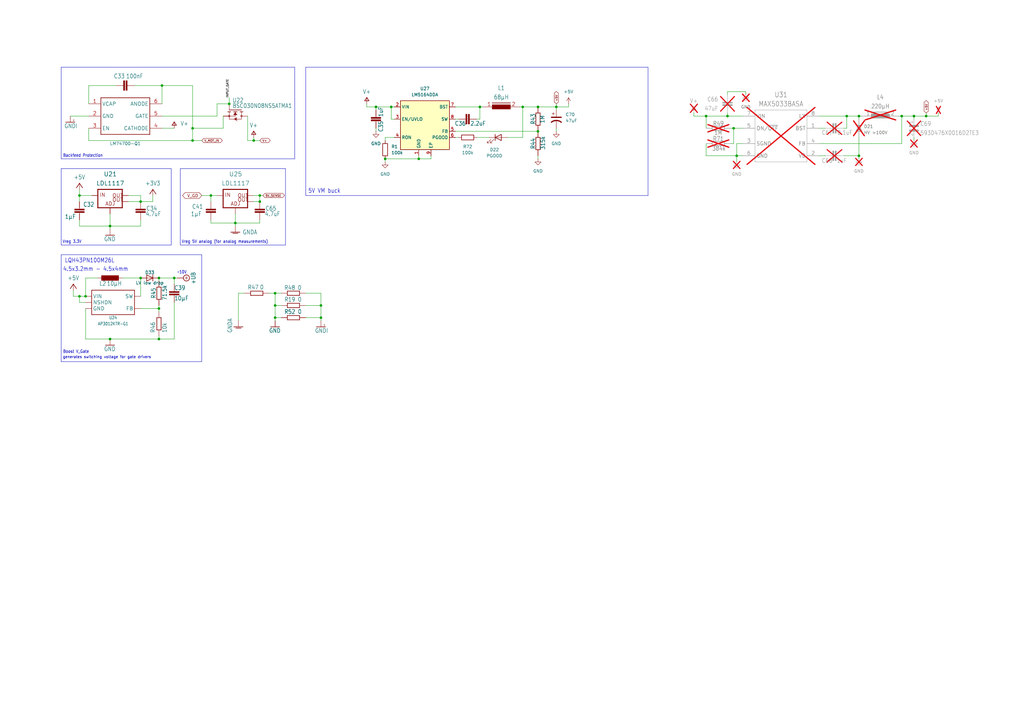
<source format=kicad_sch>
(kicad_sch (version 20250114) (generator "eeschema") (generator_version "9.0")
  (paper "User" 425.45 298.602)
  (lib_symbols
    (symbol "Device:C_Polarized_US" (pin_numbers (hide yes)) (pin_names (offset 0.254) (hide yes))
      (property "Reference" "C" (at 0.635 2.54 0))
      (property "Value" "C_Polarized_US" (at 0.635 -2.54 0))
      (symbol "C_Polarized_US_0_1"
        (polyline (pts (xy -2.032 0.762) (xy 2.032 0.762)) (stroke (width 0.508)))
        (polyline (pts (xy -1.778 2.286) (xy -0.762 2.286)))
        (polyline (pts (xy -1.27 1.778) (xy -1.27 2.794)))
        (arc (start -2.032 -1.27) (mid 0 -0.5572) (end 2.032 -1.27) (stroke (width 0.508)))
      )
      (symbol "C_Polarized_US_1_1"
        (pin passive line (at 0 3.81 270) (length 2.794) (name "~") (number "1"))
        (pin passive line (at 0 -3.81 90) (length 3.302) (name "~") (number "2"))
      )
    )
    (symbol "Device:D" (pin_numbers (hide yes)) (pin_names (offset 1.016) (hide yes))
      (property "Reference" "D" (at 0 2.54 0))
      (property "Value" "D" (at 0 -2.54 0))
      (symbol "D_0_1"
        (polyline (pts (xy -1.27 1.27) (xy -1.27 -1.27)) (stroke (width 0.254)))
        (polyline (pts (xy 1.27 1.27) (xy 1.27 -1.27) (xy -1.27 0) (xy 1.27 1.27)) (stroke (width 0.254)))
        (polyline (pts (xy 1.27 0) (xy -1.27 0)))
      )
      (symbol "D_1_1"
        (pin passive line (at -3.81 0 0) (length 2.54) (name "K") (number "1"))
        (pin passive line (at 3.81 0 180) (length 2.54) (name "A") (number "2"))
      )
    )
    (symbol "Device:LED" (pin_numbers (hide yes)) (pin_names (offset 1.016) (hide yes))
      (property "Reference" "D" (at 0 2.54 0))
      (property "Value" "LED" (at 0 -2.54 0))
      (symbol "LED_0_1"
        (polyline (pts (xy -3.048 -0.762) (xy -4.572 -2.286) (xy -3.81 -2.286) (xy -4.572 -2.286) (xy -4.572 -1.524)))
        (polyline (pts (xy -1.778 -0.762) (xy -3.302 -2.286) (xy -2.54 -2.286) (xy -3.302 -2.286) (xy -3.302 -1.524)))
        (polyline (pts (xy -1.27 0) (xy 1.27 0)))
        (polyline (pts (xy -1.27 -1.27) (xy -1.27 1.27)) (stroke (width 0.254)))
        (polyline (pts (xy 1.27 -1.27) (xy 1.27 1.27) (xy -1.27 0) (xy 1.27 -1.27)) (stroke (width 0.254)))
      )
      (symbol "LED_1_1"
        (pin passive line (at -3.81 0 0) (length 2.54) (name "K") (number "1"))
        (pin passive line (at 3.81 0 180) (length 2.54) (name "A") (number "2"))
      )
    )
    (symbol "Device:R" (pin_numbers (hide yes)) (pin_names (offset 0))
      (property "Reference" "R" (at 2.032 0 90))
      (property "Value" "R" (at 0 0 90))
      (symbol "R_0_1"
        (rectangle (start -1.016 -2.54) (end 1.016 2.54) (stroke (width 0.254)))
      )
      (symbol "R_1_1"
        (pin passive line (at 0 3.81 270) (length 1.27) (name "~") (number "1"))
        (pin passive line (at 0 -3.81 90) (length 1.27) (name "~") (number "2"))
      )
    )
    (symbol "Regulator_Switching:LM5164DDA"
      (property "Reference" "U" (at -8.89 11.43 0))
      (property "Value" "LM5164DDA" (at 5.08 11.43 0))
      (symbol "LM5164DDA_1_1"
        (rectangle (start -10.16 10.16) (end 10.16 -10.16) (stroke (width 0.254)) (fill (type background)))
        (pin power_in line (at -12.7 7.62 0) (length 2.54) (name "VIN") (number "2"))
        (pin input line (at -12.7 2.54 0) (length 2.54) (name "EN/UVLO") (number "3"))
        (pin passive line (at -12.7 -5.08 0) (length 2.54) (name "RON") (number "4"))
        (pin power_in line (at -2.54 -12.7 90) (length 2.54) (name "GND") (number "1"))
        (pin passive line (at 2.54 -12.7 90) (length 2.54) (name "EP") (number "9"))
        (pin passive line (at 12.7 7.62 180) (length 2.54) (name "BST") (number "7"))
        (pin power_out line (at 12.7 2.54 180) (length 2.54) (name "SW") (number "8"))
        (pin input line (at 12.7 -2.54 180) (length 2.54) (name "FB") (number "5"))
        (pin open_collector line (at 12.7 -5.08 180) (length 2.54) (name "PGOOD") (number "6"))
      )
    )
    (symbol "fsim_ff-eagle-import:OHSC_Power_BSC030N08NS5ATMA1"
      (property "Reference" "U" (at -11.43 2.54 0))
      (symbol "OHSC_Power_BSC030N08NS5ATMA1_1_0"
        (polyline (pts (xy 0 2.54) (xy 0 -2.54)) (stroke (width 0.254)))
        (polyline (pts (xy 0.762 3.175) (xy 0.762 2.54)) (stroke (width 0.254)))
        (polyline (pts (xy 0.762 2.54) (xy 0.762 1.905)) (stroke (width 0.254)))
        (polyline (pts (xy 0.762 2.54) (xy 3.81 2.54)) (stroke (width 0.1524)))
        (polyline (pts (xy 0.762 0.762) (xy 0.762 0)) (stroke (width 0.254)))
        (polyline (pts (xy 0.762 0) (xy 0.762 -0.762)) (stroke (width 0.254)))
        (polyline (pts (xy 0.762 0) (xy 2.54 0)) (stroke (width 0.1524)))
        (polyline (pts (xy 0.762 -1.905) (xy 0.762 -2.54)) (stroke (width 0.254)))
        (polyline (pts (xy 0.762 -2.54) (xy 0.762 -3.175)) (stroke (width 0.254)))
        (polyline (pts (xy 1.016 0) (xy 2.032 -0.762) (xy 2.032 0.762)) (stroke (width 0.1524)) (fill (type outline)))
        (circle (center 2.54 2.54) (radius 0.3592))
        (polyline (pts (xy 2.54 0) (xy 2.54 -2.54)) (stroke (width 0.1524)))
        (polyline (pts (xy 2.54 -2.54) (xy 0.762 -2.54)) (stroke (width 0.1524)))
        (polyline (pts (xy 2.54 -2.54) (xy 3.81 -2.54)) (stroke (width 0.1524)))
        (circle (center 2.54 -2.54) (radius 0.3592))
        (polyline (pts (xy 3.302 0.508) (xy 3.048 0.254)) (stroke (width 0.1524)))
        (polyline (pts (xy 3.81 2.54) (xy 3.81 0.508)) (stroke (width 0.1524)))
        (polyline (pts (xy 3.81 0.508) (xy 3.302 0.508)) (stroke (width 0.1524)))
        (polyline (pts (xy 3.81 0.508) (xy 3.81 -2.54)) (stroke (width 0.1524)))
        (polyline (pts (xy 3.81 -0.508) (xy 3.302 0.254) (xy 4.318 0.254)) (stroke (width 0.1524)) (fill (type outline)))
        (polyline (pts (xy 4.318 0.508) (xy 3.81 0.508)) (stroke (width 0.1524)))
        (polyline (pts (xy 4.572 0.762) (xy 4.318 0.508)) (stroke (width 0.1524)))
        (pin passive line (at -2.54 -2.54 0) (length 2.54) (name "G") (number "4"))
        (pin passive line (at 2.54 5.08 270) (length 2.54) (name "D") (number "5"))
        (pin passive line (at 2.54 -5.08 90) (length 2.54) (name "S") (number "1"))
        (pin passive line (at 2.54 -5.08 90) (length 2.54) (name "S") (number "2"))
        (pin passive line (at 2.54 -5.08 90) (length 2.54) (name "S") (number "3"))
      )
    )
    (symbol "fsim_ff-eagle-import:OHSC_Power_LM74700-Q1"
      (symbol "OHSC_Power_LM74700-Q1_1_0"
        (polyline (pts (xy -5.08 5.08) (xy -5.08 -10.16)) (stroke (width 0.254)))
        (polyline (pts (xy -5.08 -10.16) (xy 15.24 -10.16)) (stroke (width 0.254)))
        (polyline (pts (xy 15.24 5.08) (xy -5.08 5.08)) (stroke (width 0.254)))
        (polyline (pts (xy 15.24 -10.16) (xy 15.24 5.08)) (stroke (width 0.254)))
        (pin bidirectional line (at -10.16 2.54 0) (length 5.08) (name "VCAP") (number "1"))
        (pin bidirectional line (at -10.16 -2.54 0) (length 5.08) (name "GND") (number "2"))
        (pin bidirectional line (at -10.16 -7.62 0) (length 5.08) (name "EN") (number "3"))
        (pin bidirectional line (at 20.32 2.54 180) (length 5.08) (name "ANODE") (number "6"))
        (pin bidirectional line (at 20.32 -2.54 180) (length 5.08) (name "GATE") (number "5"))
        (pin bidirectional line (at 20.32 -7.62 180) (length 5.08) (name "CATHODE") (number "4"))
      )
    )
    (symbol "fsim_ff-eagle-import:Powermisc_593D476X0016D2TE3"
      (property "Reference" "C" (at 0 3.81 0))
      (symbol "Powermisc_593D476X0016D2TE3_1_0"
        (rectangle (start 0 -1.905) (end 0.635 1.905) (fill (type outline)))
        (rectangle (start 1.905 -1.905) (end 2.54 1.905) (fill (type outline)))
        (pin passive line (at -2.54 0 0) (length 2.54) (name "2") (number "2"))
        (pin passive line (at 5.08 0 180) (length 2.54) (name "1") (number "1"))
      )
    )
    (symbol "fsim_ff-eagle-import:Powermisc_8MMINDUCTOR"
      (property "Reference" "L" (at -3.81 2.286 0))
      (symbol "Powermisc_8MMINDUCTOR_1_0"
        (polyline (pts (xy -3.81 1.651) (xy 3.81 1.651)) (stroke (width 0.254)))
        (rectangle (start -3.81 -0.889) (end 3.81 0.889) (fill (type outline)))
        (pin passive line (at -7.62 0 0) (length 5.08) (name "1") (number "1"))
        (pin passive line (at 7.62 0 180) (length 5.08) (name "2") (number "2"))
      )
    )
    (symbol "fsim_ff-eagle-import:Powermisc_AP3012KTR-G1"
      (property "Reference" "U" (at -5.08 5.08 0))
      (symbol "Powermisc_AP3012KTR-G1_1_0"
        (polyline (pts (xy -5.08 5.08) (xy -5.08 -5.08)) (stroke (width 0.254)))
        (polyline (pts (xy -5.08 -5.08) (xy 12.7 -5.08)) (stroke (width 0.254)))
        (polyline (pts (xy 12.7 5.08) (xy -5.08 5.08)) (stroke (width 0.254)))
        (polyline (pts (xy 12.7 -5.08) (xy 12.7 5.08)) (stroke (width 0.254)))
        (pin bidirectional line (at -7.62 2.54 0) (length 2.54) (name "VIN") (number "5"))
        (pin bidirectional line (at -7.62 0 0) (length 2.54) (name "NSHDN") (number "4"))
        (pin bidirectional line (at -7.62 -2.54 0) (length 2.54) (name "GND") (number "2"))
        (pin bidirectional line (at 15.24 2.54 180) (length 2.54) (name "SW") (number "1"))
        (pin bidirectional line (at 15.24 -2.54 180) (length 2.54) (name "FB") (number "3"))
      )
    )
    (symbol "fsim_ff-eagle-import:Powermisc_MAX5033BASA+T"
      (symbol "Powermisc_MAX5033BASA+T_1_0"
        (polyline (pts (xy 0 0) (xy 0 -21.59)) (stroke (width 0.1524)))
        (polyline (pts (xy 0 -21.59) (xy 21.59 -21.59)) (stroke (width 0.1524)))
        (polyline (pts (xy 21.59 0) (xy 0 0)) (stroke (width 0.1524)))
        (polyline (pts (xy 21.59 -21.59) (xy 21.59 0)) (stroke (width 0.1524)))
        (pin power_in line (at -5.08 -2.54 0) (length 5.08) (name "VIN") (number "7"))
        (pin input line (at -5.08 -7.62 0) (length 5.08) (name "ON/~{OFF}") (number "5"))
        (pin power_in line (at -5.08 -13.97 0) (length 5.08) (name "SGND") (number "3"))
        (pin power_in line (at -5.08 -19.05 0) (length 5.08) (name "GND") (number "6"))
        (pin passive line (at 26.67 -2.54 180) (length 5.08) (name "LX") (number "8"))
        (pin passive line (at 26.67 -7.62 180) (length 5.08) (name "BST") (number "1"))
        (pin output line (at 26.67 -13.97 180) (length 5.08) (name "FB") (number "4"))
        (pin power_in line (at 26.67 -19.05 180) (length 5.08) (name "VD") (number "2"))
      )
    )
    (symbol "fsim_ff-eagle-import:SparkFun-IC-Power_526_V_REG_LM1117SOT223"
      (property "Reference" "U" (at 2.54 -7.62 0))
      (symbol "SparkFun-IC-Power_526_V_REG_LM1117SOT223_1_0"
        (polyline (pts (xy -5.08 2.54) (xy -5.08 -5.08)) (stroke (width 0.4064)))
        (polyline (pts (xy -5.08 -5.08) (xy 5.08 -5.08)) (stroke (width 0.4064)))
        (polyline (pts (xy 5.08 2.54) (xy -5.08 2.54)) (stroke (width 0.4064)))
        (polyline (pts (xy 5.08 -5.08) (xy 5.08 2.54)) (stroke (width 0.4064)))
        (text "IN" (at -4.445 -0.635 0) (effects (font (size 1.524 1.524)) (justify left bottom)))
        (text "ADJ" (at -2.032 -4.318 0) (effects (font (size 1.524 1.524)) (justify left bottom)))
        (text "OUT" (at 0.889 -0.889 0) (effects (font (size 1.524 1.524)) (justify left bottom)))
        (text "OUT" (at 0.889 -2.667 0) (effects (font (size 1.524 1.524)) (justify left bottom)))
        (pin input line (at -7.62 0 0) (length 2.54) (name "IN") (number "3"))
        (pin input line (at 0 -7.62 90) (length 2.54) (name "ADJ") (number "1"))
        (pin output line (at 7.62 0 180) (length 2.54) (name "OUT") (number "2"))
        (pin output line (at 7.62 -2.54 180) (length 2.54) (name "OUT@1") (number "4"))
      )
    )
    (symbol "fsim_ff-eagle-import:rcl_334_L-EUL4532P"
      (property "Reference" "L" (at -1.4986 -3.81 90))
      (symbol "rcl_334_L-EUL4532P_1_0"
        (rectangle (start -1.016 -3.556) (end 1.016 3.556) (fill (type outline)))
        (pin passive line (at 0 5.08 270) (length 2.54) (name "1") (number "1"))
        (pin passive line (at 0 -5.08 90) (length 2.54) (name "2") (number "2"))
      )
    )
    (symbol "fsim_ff-eagle-import:resistor_348_C-EUC0603"
      (property "Reference" "C" (at 1.524 0.381 0))
      (symbol "resistor_348_C-EUC0603_1_0"
        (rectangle (start -2.032 -1.016) (end 2.032 -0.508) (fill (type outline)))
        (rectangle (start -2.032 -2.032) (end 2.032 -1.524) (fill (type outline)))
        (polyline (pts (xy 0 0) (xy 0 -0.508)) (stroke (width 0.1524)))
        (polyline (pts (xy 0 -2.54) (xy 0 -2.032)) (stroke (width 0.1524)))
        (pin passive line (at 0 2.54 270) (length 2.54) (name "1") (number "1"))
        (pin passive line (at 0 -5.08 90) (length 2.54) (name "2") (number "2"))
      )
    )
    (symbol "fsim_ff-eagle-import:resistor_348_C-EUC0805"
      (property "Reference" "C" (at 1.524 0.381 0))
      (symbol "resistor_348_C-EUC0805_1_0"
        (rectangle (start -2.032 -1.016) (end 2.032 -0.508) (fill (type outline)))
        (rectangle (start -2.032 -2.032) (end 2.032 -1.524) (fill (type outline)))
        (polyline (pts (xy 0 0) (xy 0 -0.508)) (stroke (width 0.1524)))
        (polyline (pts (xy 0 -2.54) (xy 0 -2.032)) (stroke (width 0.1524)))
        (pin passive line (at 0 2.54 270) (length 2.54) (name "1") (number "1"))
        (pin passive line (at 0 -5.08 90) (length 2.54) (name "2") (number "2"))
      )
    )
    (symbol "fsim_ff-eagle-import:resistor_348_C-EUC1206"
      (property "Reference" "C" (at 1.524 0.381 0))
      (symbol "resistor_348_C-EUC1206_1_0"
        (rectangle (start -2.032 -1.016) (end 2.032 -0.508) (fill (type outline)))
        (rectangle (start -2.032 -2.032) (end 2.032 -1.524) (fill (type outline)))
        (polyline (pts (xy 0 0) (xy 0 -0.508)) (stroke (width 0.1524)))
        (polyline (pts (xy 0 -2.54) (xy 0 -2.032)) (stroke (width 0.1524)))
        (pin passive line (at 0 2.54 270) (length 2.54) (name "1") (number "1"))
        (pin passive line (at 0 -5.08 90) (length 2.54) (name "2") (number "2"))
      )
    )
    (symbol "fsim_ff-eagle-import:resistor_348_R-EU_R0603"
      (property "Reference" "R" (at -3.81 1.4986 0))
      (symbol "resistor_348_R-EU_R0603_1_0"
        (polyline (pts (xy -2.54 -0.889) (xy -2.54 0.889)) (stroke (width 0.254)))
        (polyline (pts (xy -2.54 -0.889) (xy 2.54 -0.889)) (stroke (width 0.254)))
        (polyline (pts (xy 2.54 0.889) (xy -2.54 0.889)) (stroke (width 0.254)))
        (polyline (pts (xy 2.54 -0.889) (xy 2.54 0.889)) (stroke (width 0.254)))
        (pin passive line (at -5.08 0 0) (length 2.54) (name "1") (number "1"))
        (pin passive line (at 5.08 0 180) (length 2.54) (name "2") (number "2"))
      )
    )
    (symbol "fsim_ff-eagle-import:resistor_348_R-EU_R0805"
      (property "Reference" "R" (at -3.81 1.4986 0))
      (symbol "resistor_348_R-EU_R0805_1_0"
        (polyline (pts (xy -2.54 -0.889) (xy -2.54 0.889)) (stroke (width 0.254)))
        (polyline (pts (xy -2.54 -0.889) (xy 2.54 -0.889)) (stroke (width 0.254)))
        (polyline (pts (xy 2.54 0.889) (xy -2.54 0.889)) (stroke (width 0.254)))
        (polyline (pts (xy 2.54 -0.889) (xy 2.54 0.889)) (stroke (width 0.254)))
        (pin passive line (at -5.08 0 0) (length 2.54) (name "1") (number "1"))
        (pin passive line (at 5.08 0 180) (length 2.54) (name "2") (number "2"))
      )
    )
    (symbol "fsim_ff-eagle-import:supply1_371_+3V3" (power)
      (symbol "supply1_371_+3V3_1_0"
        (polyline (pts (xy 0 0) (xy -1.27 -1.905)) (stroke (width 0.254)))
        (polyline (pts (xy 1.27 -1.905) (xy 0 0)) (stroke (width 0.254)))
        (pin power_in line (at 0 -2.54 90) (length 2.54) (name "+3V3") (number "1"))
      )
    )
    (symbol "fsim_ff-eagle-import:supply1_371_+5V" (power)
      (symbol "supply1_371_+5V_1_0"
        (polyline (pts (xy 0 0) (xy -1.27 -1.905)) (stroke (width 0.254)))
        (polyline (pts (xy 1.27 -1.905) (xy 0 0)) (stroke (width 0.254)))
        (pin power_in line (at 0 -2.54 90) (length 2.54) (name "+5V") (number "1"))
      )
    )
    (symbol "fsim_ff-eagle-import:supply1_371_GND" (power)
      (symbol "supply1_371_GND_1_0"
        (polyline (pts (xy -1.905 0) (xy 1.905 0)) (stroke (width 0.254)))
        (pin power_in line (at 0 2.54 270) (length 2.54) (name "GND") (number "1"))
      )
    )
    (symbol "fsim_ff-eagle-import:supply1_371_GNDA" (power)
      (symbol "supply1_371_GNDA_1_0"
        (polyline (pts (xy -1.905 0) (xy 1.905 0)) (stroke (width 0.254)))
        (polyline (pts (xy -1.0922 -0.508) (xy 1.0922 -0.508)) (stroke (width 0.254)))
        (pin power_in line (at 0 2.54 270) (length 2.54) (name "GNDA") (number "1"))
      )
    )
    (symbol "fsim_ff-eagle-import:supply1_371_GNDI" (power)
      (symbol "supply1_371_GNDI_1_0"
        (polyline (pts (xy -1.905 0) (xy 1.905 0)) (stroke (width 0.254)))
        (text "I" (at 1.143 0.254 0) (effects (font (size 0.8128 0.6908)) (justify left bottom)))
        (pin power_in line (at 0 2.54 270) (length 2.54) (name "GNDI") (number "1"))
      )
    )
    (symbol "fsim_ff-eagle-import:supply1_371_V+" (power)
      (symbol "supply1_371_V+_1_0"
        (polyline (pts (xy -0.889 -1.27) (xy 0.889 -1.27)) (stroke (width 0.254)))
        (polyline (pts (xy 0 0.127) (xy -0.889 -1.27)) (stroke (width 0.254)))
        (polyline (pts (xy 0.889 -1.27) (xy 0 0.127)) (stroke (width 0.254)))
        (pin power_in line (at 0 -2.54 90) (length 2.54) (name "V+") (number "1"))
      )
    )
    (symbol "fsim_ff-eagle-import:supply2_372_+UB" (power)
      (symbol "supply2_372_+UB_1_0"
        (polyline (pts (xy -0.635 1.27) (xy 0.635 1.27)) (stroke (width 0.1524)))
        (circle (center 0 1.27) (radius 1.27) (stroke (width 0.254)))
        (polyline (pts (xy 0 0.635) (xy 0 1.905)) (stroke (width 0.1524)))
        (pin power_in line (at 0 -2.54 90) (length 2.54) (name "+UB") (number "1"))
      )
    )
    (symbol "power:+5V" (power) (pin_numbers (hide yes)) (pin_names (offset 0) (hide yes))
      (property "Value" "+5V" (at 0 3.556 0))
      (symbol "+5V_0_1"
        (polyline (pts (xy -0.762 1.27) (xy 0 2.54)))
        (polyline (pts (xy 0 2.54) (xy 0.762 1.27)))
        (polyline (pts (xy 0 0) (xy 0 2.54)))
      )
      (symbol "+5V_1_1"
        (pin power_in line (at 0 0 90) (length 0) (name "~") (number "1"))
      )
    )
    (symbol "power:GND" (power) (pin_numbers (hide yes)) (pin_names (offset 0) (hide yes))
      (property "Value" "GND" (at 0 -3.81 0))
      (symbol "GND_0_1"
        (polyline (pts (xy 0 0) (xy 0 -1.27) (xy 1.27 -1.27) (xy 0 -2.54) (xy -1.27 -1.27) (xy 0 -1.27)))
      )
      (symbol "GND_1_1"
        (pin power_in line (at 0 0 270) (length 0) (name "~") (number "1"))
      )
    )
  )
  (text "Vreg 5V analog (for analog measurements)" (at 75.438 101.346 0) (effects (font (size 1.27 1.0795)) (justify left bottom)))
  (text "~10V" (at 73.66 114.046 0) (effects (font (size 1.27 1.0795)) (justify left bottom)))
  (text "Backfeed Protection" (at 26.162 65.532 0) (effects (font (size 1.27 1.0795)) (justify left bottom)))
  (text "4.5x3.2mm - 4.5x4mm" (at 26.162 113.03 0) (effects (font (size 1.778 1.5113)) (justify left bottom)))
  (text "Vreg 3.3V" (at 25.908 101.346 0) (effects (font (size 1.27 1.0795)) (justify left bottom)))
  (text "generates switching voltage for gate drivers" (at 44.45 148.59 0) (effects (font (size 1.0795 1.0795))))
  (text "Boost V_Gate" (at 26.162 147.066 0) (effects (font (size 1.27 1.0795)) (justify left bottom)))
  (text "5V VM buck" (at 128.016 80.518 0) (effects (font (size 1.778 1.5113)) (justify left bottom)))
  (text "LQH43PN100M26L" (at 26.924 109.474 0) (effects (font (size 1.778 1.5113)) (justify left bottom)))
  (junction (at 223.52 44.45))
  (junction (at 133.35 127))
  (junction (at 156.21 44.45))
  (junction (at 379.73 48.26))
  (junction (at 33.02 123.19))
  (junction (at 45.72 93.98))
  (junction (at 45.72 140.97))
  (junction (at 173.99 66.04))
  (junction (at 97.79 92.71))
  (junction (at 306.07 64.77))
  (junction (at 217.17 44.45))
  (junction (at 35.56 123.19))
  (junction (at 162.56 44.45))
  (junction (at 66.04 115.57))
  (junction (at 223.52 54.61))
  (junction (at 58.42 83.82))
  (junction (at 33.02 81.28))
  (junction (at 67.31 35.56))
  (junction (at 114.3 127))
  (junction (at 160.02 66.04))
  (junction (at 87.63 81.28))
  (junction (at 72.39 115.57))
  (junction (at 105.41 58.42))
  (junction (at 231.14 44.45))
  (junction (at 374.65 48.26))
  (junction (at 304.8 53.34))
  (junction (at 80.01 53.34))
  (junction (at 66.04 128.27))
  (junction (at 199.39 44.45))
  (junction (at 302.26 48.26))
  (junction (at 133.35 132.08))
  (junction (at 114.3 121.92))
  (junction (at 293.37 48.26))
  (junction (at 356.87 48.26))
  (junction (at 107.95 81.28))
  (junction (at 356.87 64.77))
  (junction (at 66.04 140.97))
  (junction (at 80.01 58.42))
  (junction (at 384.81 48.26))
  (junction (at 107.95 83.82))
  (junction (at 58.42 115.57))
  (junction (at 95.25 43.18))
  (junction (at 351.79 48.26))
  (junction (at 114.3 132.08))
  (polyline (pts (xy 25.4 101.854) (xy 71.12 101.854)) (stroke (width 0.1524) (type solid)))
  (wire (pts (xy 217.17 44.45) (xy 223.52 44.45)))
  (polyline (pts (xy 71.12 101.854) (xy 71.12 70.104)) (stroke (width 0.1524) (type solid)))
  (wire (pts (xy 217.17 57.15) (xy 217.17 44.45)))
  (wire (pts (xy 36.83 35.56) (xy 48.26 35.56)) (stroke (width 0.1524)))
  (wire (pts (xy 173.99 66.04) (xy 179.07 66.04)))
  (wire (pts (xy 66.04 128.27) (xy 58.42 128.27)) (stroke (width 0.1524)))
  (wire (pts (xy 309.88 38.1) (xy 309.88 39.37)))
  (wire (pts (xy 223.52 44.45) (xy 231.14 44.45)))
  (wire (pts (xy 114.3 133.35) (xy 114.3 132.08)))
  (wire (pts (xy 160.02 66.04) (xy 160.02 67.31)))
  (polyline (pts (xy 83.82 105.918) (xy 25.4 105.918)) (stroke (width 0.1524) (type solid)))
  (wire (pts (xy 92.71 53.34) (xy 80.01 53.34)) (stroke (width 0.1524)))
  (wire (pts (xy 35.56 123.19) (xy 35.56 115.57)) (stroke (width 0.1524)))
  (wire (pts (xy 356.87 57.15) (xy 356.87 64.77)))
  (wire (pts (xy 236.22 44.45) (xy 236.22 43.18)))
  (wire (pts (xy 293.37 53.34) (xy 293.37 48.26)))
  (wire (pts (xy 38.1 81.28) (xy 33.02 81.28)) (stroke (width 0.1524)))
  (wire (pts (xy 133.35 121.92) (xy 133.35 127)) (stroke (width 0.1524)))
  (wire (pts (xy 36.83 43.18) (xy 36.83 35.56)) (stroke (width 0.1524)))
  (wire (pts (xy 72.39 115.57) (xy 72.39 118.11)) (stroke (width 0.1524)))
  (wire (pts (xy 80.01 53.34) (xy 80.01 35.56)) (stroke (width 0.1524)))
  (polyline (pts (xy 71.12 70.104) (xy 25.4 70.104)) (stroke (width 0.1524) (type solid)))
  (wire (pts (xy 102.87 58.42) (xy 105.41 58.42)) (stroke (width 0.1524)))
  (wire (pts (xy 306.07 59.69) (xy 306.07 64.77)))
  (wire (pts (xy 179.07 66.04) (xy 179.07 64.77)))
  (wire (pts (xy 379.73 57.15) (xy 379.73 58.42)))
  (polyline (pts (xy 118.618 70.104) (xy 74.93 70.104)) (stroke (width 0.1524) (type solid)))
  (wire (pts (xy 66.04 127) (xy 66.04 128.27)))
  (wire (pts (xy 189.23 57.15) (xy 190.5 57.15)))
  (wire (pts (xy 340.36 64.77) (xy 342.9 64.77)))
  (wire (pts (xy 36.83 48.26) (xy 29.21 48.26)) (stroke (width 0.1524)))
  (wire (pts (xy 160.02 58.42) (xy 160.02 57.15)))
  (wire (pts (xy 107.95 81.28) (xy 107.95 83.82)) (stroke (width 0.1524)))
  (wire (pts (xy 340.36 48.26) (xy 351.79 48.26)))
  (wire (pts (xy 73.66 115.57) (xy 72.39 115.57)) (stroke (width 0.1524)))
  (wire (pts (xy 36.83 53.34) (xy 36.83 58.42)) (stroke (width 0.1524)))
  (wire (pts (xy 306.07 64.77) (xy 306.07 67.31)))
  (wire (pts (xy 87.63 81.28) (xy 87.63 83.82)) (stroke (width 0.1524)))
  (wire (pts (xy 99.06 121.92) (xy 99.06 133.35)) (stroke (width 0.1524)))
  (wire (pts (xy 35.56 115.57) (xy 40.64 115.57)) (stroke (width 0.1524)))
  (wire (pts (xy 87.63 92.71) (xy 87.63 91.44)) (stroke (width 0.1524)))
  (wire (pts (xy 97.79 92.71) (xy 87.63 92.71)) (stroke (width 0.1524)))
  (wire (pts (xy 114.3 121.92) (xy 114.3 127)) (stroke (width 0.1524)))
  (wire (pts (xy 72.39 125.73) (xy 72.39 140.97)) (stroke (width 0.1524)))
  (wire (pts (xy 102.87 48.26) (xy 102.87 58.42)) (stroke (width 0.1524)))
  (wire (pts (xy 33.02 125.73) (xy 33.02 123.19)) (stroke (width 0.1524)))
  (wire (pts (xy 152.4 44.45) (xy 152.4 43.18)))
  (wire (pts (xy 53.34 83.82) (xy 58.42 83.82)) (stroke (width 0.1524)))
  (wire (pts (xy 156.21 44.45) (xy 162.56 44.45)))
  (wire (pts (xy 58.42 115.57) (xy 50.8 115.57)) (stroke (width 0.1524)))
  (wire (pts (xy 90.17 81.28) (xy 87.63 81.28)) (stroke (width 0.1524)))
  (wire (pts (xy 127 132.08) (xy 133.35 132.08)) (stroke (width 0.1524)))
  (wire (pts (xy 35.56 128.27) (xy 35.56 140.97)) (stroke (width 0.1524)))
  (wire (pts (xy 66.04 139.7) (xy 66.04 140.97)))
  (wire (pts (xy 66.04 115.57) (xy 72.39 115.57)) (stroke (width 0.1524)))
  (wire (pts (xy 45.72 95.25) (xy 45.72 93.98)))
  (wire (pts (xy 116.84 127) (xy 114.3 127)) (stroke (width 0.1524)))
  (wire (pts (xy 223.52 64.77) (xy 223.52 66.04)))
  (wire (pts (xy 351.79 48.26) (xy 356.87 48.26)))
  (wire (pts (xy 373.38 48.26) (xy 374.65 48.26)))
  (wire (pts (xy 374.65 48.26) (xy 379.73 48.26)))
  (wire (pts (xy 189.23 44.45) (xy 199.39 44.45)))
  (wire (pts (xy 97.79 92.71) (xy 107.95 92.71)) (stroke (width 0.1524)))
  (wire (pts (xy 55.88 35.56) (xy 67.31 35.56)) (stroke (width 0.1524)))
  (wire (pts (xy 358.14 48.26) (xy 356.87 48.26)))
  (wire (pts (xy 97.79 92.71) (xy 97.79 93.98)) (stroke (width 0.1524)))
  (wire (pts (xy 308.61 59.69) (xy 306.07 59.69)))
  (polyline (pts (xy 127 27.94) (xy 269.24 27.94)) (stroke (width 0.1524) (type solid)))
  (wire (pts (xy 66.04 140.97) (xy 45.72 140.97)) (stroke (width 0.1524)))
  (wire (pts (xy 340.36 53.34) (xy 342.9 53.34)))
  (wire (pts (xy 288.29 48.26) (xy 288.29 46.99)))
  (wire (pts (xy 53.34 81.28) (xy 58.42 81.28)) (stroke (width 0.1524)))
  (wire (pts (xy 58.42 93.98) (xy 58.42 91.44)) (stroke (width 0.1524)))
  (wire (pts (xy 210.82 57.15) (xy 217.17 57.15)))
  (wire (pts (xy 173.99 66.04) (xy 173.99 64.77)))
  (wire (pts (xy 90.17 48.26) (xy 90.17 43.18)) (stroke (width 0.1524)))
  (wire (pts (xy 156.21 45.72) (xy 156.21 44.45)))
  (wire (pts (xy 374.65 48.26) (xy 374.65 59.69)))
  (wire (pts (xy 114.3 121.92) (xy 116.84 121.92)) (stroke (width 0.1524)))
  (wire (pts (xy 162.56 44.45) (xy 163.83 44.45)))
  (wire (pts (xy 293.37 48.26) (xy 288.29 48.26)))
  (wire (pts (xy 293.37 48.26) (xy 302.26 48.26)))
  (wire (pts (xy 384.81 46.99) (xy 384.81 48.26)))
  (wire (pts (xy 308.61 64.77) (xy 306.07 64.77)))
  (wire (pts (xy 66.04 129.54) (xy 66.04 128.27)) (stroke (width 0.1524)))
  (wire (pts (xy 199.39 49.53) (xy 199.39 44.45)))
  (wire (pts (xy 374.65 59.69) (xy 340.36 59.69)))
  (wire (pts (xy 231.14 45.72) (xy 231.14 44.45)))
  (wire (pts (xy 189.23 49.53) (xy 190.5 49.53)))
  (wire (pts (xy 105.41 58.42) (xy 107.95 58.42)) (stroke (width 0.1524)))
  (wire (pts (xy 163.83 49.53) (xy 162.56 49.53)))
  (wire (pts (xy 189.23 54.61) (xy 223.52 54.61)))
  (wire (pts (xy 107.95 83.82) (xy 105.41 83.82)) (stroke (width 0.1524)))
  (wire (pts (xy 35.56 125.73) (xy 33.02 125.73)) (stroke (width 0.1524)))
  (wire (pts (xy 97.79 88.9) (xy 97.79 92.71)) (stroke (width 0.1524)))
  (polyline (pts (xy 25.4 70.104) (xy 25.4 101.854)) (stroke (width 0.1524) (type solid)))
  (wire (pts (xy 356.87 64.77) (xy 356.87 66.04)))
  (wire (pts (xy 133.35 127) (xy 133.35 132.08)) (stroke (width 0.1524)))
  (polyline (pts (xy 83.82 150.368) (xy 83.82 105.918)) (stroke (width 0.1524) (type solid)))
  (polyline (pts (xy 74.93 101.854) (xy 118.618 101.854)) (stroke (width 0.1524) (type solid)))
  (wire (pts (xy 58.42 123.19) (xy 58.42 115.57)) (stroke (width 0.1524)))
  (wire (pts (xy 33.02 123.19) (xy 30.48 123.19)) (stroke (width 0.1524)))
  (wire (pts (xy 95.25 40.64) (xy 95.25 43.18)))
  (wire (pts (xy 67.31 35.56) (xy 67.31 43.18)) (stroke (width 0.1524)))
  (wire (pts (xy 293.37 59.69) (xy 293.37 64.77)))
  (polyline (pts (xy 122.428 66.04) (xy 122.428 27.94)) (stroke (width 0.1524) (type solid)))
  (wire (pts (xy 350.52 53.34) (xy 351.79 53.34)))
  (polyline (pts (xy 127 81.28) (xy 127 27.94)) (stroke (width 0.1524) (type solid)))
  (wire (pts (xy 35.56 140.97) (xy 45.72 140.97)) (stroke (width 0.1524)))
  (polyline (pts (xy 25.4 27.94) (xy 25.4 66.04)) (stroke (width 0.1524) (type solid)))
  (polyline (pts (xy 25.4 105.918) (xy 25.4 150.368)) (stroke (width 0.1524) (type solid)))
  (wire (pts (xy 45.72 88.9) (xy 45.72 93.98)) (stroke (width 0.1524)))
  (wire (pts (xy 87.63 81.28) (xy 83.82 81.28)) (stroke (width 0.1524)))
  (polyline (pts (xy 25.4 66.04) (xy 122.428 66.04)) (stroke (width 0.1524) (type solid)))
  (wire (pts (xy 156.21 53.34) (xy 156.21 54.61)))
  (polyline (pts (xy 269.24 27.94) (xy 269.24 81.28)) (stroke (width 0.1524) (type solid)))
  (wire (pts (xy 127 121.92) (xy 133.35 121.92)) (stroke (width 0.1524)))
  (wire (pts (xy 92.71 48.26) (xy 92.71 53.34)) (stroke (width 0.1524)))
  (wire (pts (xy 107.95 81.28) (xy 109.22 81.28)) (stroke (width 0.1524)))
  (wire (pts (xy 36.83 58.42) (xy 80.01 58.42)) (stroke (width 0.1524)))
  (wire (pts (xy 99.06 121.92) (xy 101.6 121.92)) (stroke (width 0.1524)))
  (wire (pts (xy 67.31 53.34) (xy 72.39 53.34)) (stroke (width 0.1524)))
  (polyline (pts (xy 118.618 101.854) (xy 118.618 70.104)) (stroke (width 0.1524) (type solid)))
  (wire (pts (xy 35.56 123.19) (xy 33.02 123.19)) (stroke (width 0.1524)))
  (wire (pts (xy 105.41 81.28) (xy 107.95 81.28)) (stroke (width 0.1524)))
  (wire (pts (xy 304.8 53.34) (xy 308.61 53.34)))
  (wire (pts (xy 72.39 140.97) (xy 66.04 140.97)) (stroke (width 0.1524)))
  (wire (pts (xy 30.48 123.19) (xy 30.48 120.65)) (stroke (width 0.1524)))
  (wire (pts (xy 58.42 81.28) (xy 58.42 83.82)) (stroke (width 0.1524)))
  (wire (pts (xy 231.14 44.45) (xy 236.22 44.45)))
  (wire (pts (xy 66.04 115.57) (xy 66.04 116.84)) (stroke (width 0.1524)))
  (wire (pts (xy 33.02 81.28) (xy 33.02 83.82)) (stroke (width 0.1524)))
  (wire (pts (xy 309.88 38.1) (xy 302.26 38.1)))
  (wire (pts (xy 162.56 49.53) (xy 162.56 44.45)))
  (wire (pts (xy 63.5 81.28) (xy 63.5 83.82)) (stroke (width 0.1524)))
  (wire (pts (xy 215.9 44.45) (xy 217.17 44.45)))
  (wire (pts (xy 114.3 121.92) (xy 111.76 121.92)) (stroke (width 0.1524)))
  (wire (pts (xy 160.02 57.15) (xy 163.83 57.15)))
  (wire (pts (xy 293.37 64.77) (xy 306.07 64.77)))
  (wire (pts (xy 302.26 38.1) (xy 302.26 39.37)))
  (wire (pts (xy 33.02 78.74) (xy 33.02 81.28)) (stroke (width 0.1524)))
  (wire (pts (xy 80.01 58.42) (xy 83.82 58.42)))
  (polyline (pts (xy 25.4 150.368) (xy 83.82 150.368)) (stroke (width 0.1524) (type solid)))
  (wire (pts (xy 80.01 35.56) (xy 67.31 35.56)) (stroke (width 0.1524)))
  (wire (pts (xy 231.14 43.18) (xy 231.14 44.45)))
  (wire (pts (xy 379.73 48.26) (xy 384.81 48.26)))
  (wire (pts (xy 356.87 49.53) (xy 356.87 48.26)))
  (wire (pts (xy 379.73 49.53) (xy 379.73 48.26)))
  (wire (pts (xy 304.8 53.34) (xy 303.53 53.34)))
  (wire (pts (xy 302.26 46.99) (xy 302.26 48.26)))
  (wire (pts (xy 105.41 57.15) (xy 105.41 58.42)))
  (polyline (pts (xy 269.24 81.28) (xy 127 81.28)) (stroke (width 0.1524) (type solid)))
  (wire (pts (xy 116.84 132.08) (xy 114.3 132.08)) (stroke (width 0.1524)))
  (wire (pts (xy 389.89 48.26) (xy 389.89 46.99)))
  (wire (pts (xy 95.25 43.18) (xy 90.17 43.18)) (stroke (width 0.1524)))
  (wire (pts (xy 350.52 64.77) (xy 356.87 64.77)))
  (wire (pts (xy 127 127) (xy 133.35 127)) (stroke (width 0.1524)))
  (wire (pts (xy 63.5 83.82) (xy 58.42 83.82)) (stroke (width 0.1524)))
  (wire (pts (xy 351.79 53.34) (xy 351.79 48.26)))
  (polyline (pts (xy 74.93 70.104) (xy 74.93 101.854)) (stroke (width 0.1524) (type solid)))
  (wire (pts (xy 384.81 48.26) (xy 389.89 48.26)))
  (wire (pts (xy 231.14 53.34) (xy 231.14 54.61)))
  (wire (pts (xy 198.12 49.53) (xy 199.39 49.53)))
  (polyline (pts (xy 122.428 27.94) (xy 25.4 27.94)) (stroke (width 0.1524) (type solid)))
  (wire (pts (xy 67.31 48.26) (xy 90.17 48.26)) (stroke (width 0.1524)))
  (wire (pts (xy 302.26 48.26) (xy 308.61 48.26)))
  (wire (pts (xy 304.8 59.69) (xy 303.53 59.69)))
  (wire (pts (xy 114.3 127) (xy 114.3 132.08)) (stroke (width 0.1524)))
  (wire (pts (xy 33.02 93.98) (xy 33.02 91.44)) (stroke (width 0.1524)))
  (wire (pts (xy 152.4 44.45) (xy 156.21 44.45)))
  (wire (pts (xy 33.02 93.98) (xy 45.72 93.98)) (stroke (width 0.1524)))
  (wire (pts (xy 80.01 58.42) (xy 80.01 53.34)) (stroke (width 0.1524)))
  (wire (pts (xy 304.8 53.34) (xy 304.8 59.69)))
  (wire (pts (xy 107.95 92.71) (xy 107.95 91.44)) (stroke (width 0.1524)))
  (wire (pts (xy 58.42 93.98) (xy 45.72 93.98)) (stroke (width 0.1524)))
  (wire (pts (xy 160.02 66.04) (xy 173.99 66.04)))
  (wire (pts (xy 198.12 57.15) (xy 203.2 57.15)))
  (wire (pts (xy 199.39 44.45) (xy 200.66 44.45)))
  (wire (pts (xy 133.35 133.35) (xy 133.35 132.08)))
  (label "INPUT_GATE" (at 95.25 40.64 90) (effects (font (size 0.889 0.889))))
  (global_label "V_GD" (shape bidirectional) (at 83.82 81.28 180) (effects (font (size 1.2446 1.2446))) (property "Intersheetrefs" "${INTERSHEET_REFS}" (effects (hide yes))))
  (global_label "5V_SENSE" (shape bidirectional) (at 109.22 81.28 0) (effects (font (size 0.889 0.889))) (property "Intersheetrefs" "${INTERSHEET_REFS}" (effects (hide yes))))
  (global_label "+5V" (shape bidirectional) (at 384.81 46.99 90) (effects (font (size 0.889 0.889))) (property "Intersheetrefs" "${INTERSHEET_REFS}" (effects (hide yes))))
  (global_label "V+" (shape bidirectional) (at 107.95 58.42 0) (effects (font (size 0.889 0.889))) (property "Intersheetrefs" "${INTERSHEET_REFS}" (effects (hide yes))))
  (global_label "+5V" (shape bidirectional) (at 231.14 43.18 90) (effects (font (size 0.889 0.889))) (property "Intersheetrefs" "${INTERSHEET_REFS}" (effects (hide yes))))
  (global_label "V_MOT_IN" (shape bidirectional) (at 83.82 58.42 0) (effects (font (size 0.889 0.889))) (property "Intersheetrefs" "${INTERSHEET_REFS}" (effects (hide yes))))
  (symbol (lib_id "fsim_ff-eagle-import:supply1_371_V+") (at 105.41 54.61 0) (unit 1)
    (property "Reference" "#P+20" (effects (hide yes)))
    (property "Value" "V+" (at 105.41 52.07 0) (effects (font (size 1.778 1.5113))))
  )
  (symbol (lib_id "fsim_ff-eagle-import:resistor_348_R-EU_R0805") (at 298.45 53.34 0) (unit 1) (in_bom no) (on_board no) (dnp yes)
    (property "Reference" "R49" (at 296.164 52.324 0) (effects (font (size 1.778 1.5113)) (justify left bottom)))
    (property "Value" "1M" (at 296.672 56.134 0) (effects (font (size 1.778 1.5113)) (justify left bottom)))
    (property "Footprint" "Resistor_SMD:R_0805_2012Metric" (effects (hide yes)))
  )
  (symbol (lib_id "fsim_ff-eagle-import:resistor_348_R-EU_R0603") (at 121.92 127 0) (unit 1)
    (property "Reference" "R19" (at 118.11 125.5014 0) (effects (font (size 1.778 1.5113)) (justify left bottom)))
    (property "Value" "0" (at 123.698 125.476 0) (effects (font (size 1.778 1.5113)) (justify left bottom)))
    (property "Footprint" "Resistor_SMD:R_0603_1608Metric" (effects (hide yes)))
  )
  (symbol (lib_id "Device:LED") (at 207.01 57.15 0) (unit 1)
    (property "Reference" "D22" (at 205.4225 62.23 0))
    (property "Value" "PGOOD" (at 205.4225 64.77 0))
    (property "Footprint" "Diode_SMD:D_0603_1608Metric" (effects (hide yes)))
    (property "Description" "Light emitting diode" (effects (hide yes)))
    (property "Sim.Pins" "1=K 2=A" (effects (hide yes)))
  )
  (symbol (lib_id "fsim_ff-eagle-import:SparkFun-IC-Power_526_V_REG_LM1117SOT223") (at 45.72 81.28 0) (unit 1)
    (property "Reference" "U21" (at 45.8334 72.39 0) (effects (font (size 1.778 1.778))))
    (property "Value" "LDL1117" (at 45.8334 76.2 0) (effects (font (size 1.778 1.778))))
    (property "Footprint" "Package_TO_SOT_SMD:SOT-223" (effects (hide yes)))
    (property "Datasheet" "https://www.st.com/resource/en/datasheet/ldl1117.pdf" (effects (hide yes)))
  )
  (symbol (lib_id "fsim_ff-eagle-import:resistor_348_C-EUC0603") (at 345.44 53.34 90) (unit 1) (in_bom no) (on_board no) (dnp yes)
    (property "Reference" "C67" (at 343.662 55.118 90) (effects (font (size 1.778 1.5113))))
    (property "Value" "0.1uF" (at 351.028 55.118 90) (effects (font (size 1.778 1.5113))))
    (property "Footprint" "Capacitor_SMD:C_0805_2012Metric" (effects (hide yes)))
  )
  (symbol (lib_id "Device:C_Polarized_US") (at 231.14 49.53 0) (unit 1)
    (property "Reference" "C70" (at 234.95 47.6249 0) (effects (justify left)))
    (property "Value" "47uF" (at 234.95 50.1649 0) (effects (justify left)))
    (property "Footprint" "Capacitor_SMD:CP_Elec_8x10.5" (effects (hide yes)))
    (property "Description" "EEE-FN1K470UL" (effects (hide yes)))
  )
  (symbol (lib_id "fsim_ff-eagle-import:supply1_371_V+") (at 72.39 50.8 0) (unit 1)
    (property "Reference" "#P+19" (effects (hide yes)))
    (property "Value" "V+" (at 74.93 51.3715 0) (effects (font (size 1.778 1.5113)) (justify left)))
  )
  (symbol (lib_id "fsim_ff-eagle-import:resistor_348_C-EUC0805") (at 33.02 86.36 0) (unit 1)
    (property "Reference" "C32" (at 34.544 85.979 0) (effects (font (size 1.778 1.5113)) (justify left bottom)))
    (property "Value" "1µF" (at 26.924 91.059 0) (effects (font (size 1.778 1.5113)) (justify left bottom)))
    (property "Footprint" "Capacitor_SMD:C_0805_2012Metric" (effects (hide yes)))
  )
  (symbol (lib_id "fsim_ff-eagle-import:Powermisc_593D476X0016D2TE3") (at 379.73 54.61 90) (unit 1) (in_bom no) (on_board no) (dnp yes)
    (property "Reference" "C69" (at 382.27 51.435 90) (effects (font (size 1.778 1.5113)) (justify right)))
    (property "Value" "593D476X0016D2TE3" (at 382.27 55.245 90) (effects (font (size 1.778 1.5113)) (justify right)))
    (property "Footprint" "Capacitor_Tantalum_SMD:CP_EIA-7343-31_Kemet-D_Pad2.25x2.55mm_HandSolder" (effects (hide yes)))
  )
  (symbol (lib_id "fsim_ff-eagle-import:SparkFun-IC-Power_526_V_REG_LM1117SOT223") (at 97.79 81.28 0) (unit 1)
    (property "Reference" "U25" (at 97.9034 72.39 0) (effects (font (size 1.778 1.778))))
    (property "Value" "LDL1117" (at 97.9034 76.2 0) (effects (font (size 1.778 1.778))))
    (property "Footprint" "Package_TO_SOT_SMD:SOT-223" (effects (hide yes)))
    (property "Datasheet" "https://www.st.com/resource/en/datasheet/ldl1117.pdf" (effects (hide yes)))
  )
  (symbol (lib_id "power:GND") (at 309.88 39.37 0) (unit 1) (in_bom no) (on_board no) (dnp yes)
    (property "Reference" "#PWR08" (effects (hide yes)))
    (property "Value" "GND" (at 309.88 44.45 0))
    (property "Description" "Power symbol creates a global label with name \"GND\" , ground" (effects (hide yes)))
  )
  (symbol (lib_id "fsim_ff-eagle-import:supply2_372_+UB") (at 76.2 115.57 270) (unit 1)
    (property "Reference" "#SUPPLY11" (effects (hide yes)))
    (property "Value" "+UB" (at 79.375 113.03 0) (effects (font (size 1.778 1.5113)) (justify left bottom)))
  )
  (symbol (lib_id "Regulator_Switching:LM5164DDA") (at 176.53 52.07 0) (unit 1)
    (property "Reference" "U27" (at 176.53 36.83 0))
    (property "Value" "LM5164DDA" (at 176.53 39.37 0))
    (property "Footprint" "Package_SO:HSOP-8-1EP_3.9x4.9mm_P1.27mm_EP2.41x3.1mm_ThermalVias" (effects (hide yes)))
    (property "Datasheet" "https://www.ti.com/lit/ds/symlink/lm5164.pdf?ts=1598311864250&ref_url=https%253A%252F%252Fwww.ti.com%252Fproduct%252FLM5164%253FHQS%253DTI-null-null-octopart-df-pf-null-wwe" (effects (hide yes)))
    (property "Description" "1A synchronous buck converter with ultra-low IQ, 6V - 100V input, adjustable output voltage, HSOP-8" (effects (hide yes)))
  )
  (symbol (lib_id "fsim_ff-eagle-import:Powermisc_8MMINDUCTOR") (at 365.76 48.26 0) (unit 1) (in_bom no) (on_board no) (dnp yes)
    (property "Reference" "L4" (at 365.76 40.386 0) (effects (font (size 1.778 1.5113))))
    (property "Value" "220µH" (at 365.76 44.196 0) (effects (font (size 1.778 1.5113))))
    (property "Footprint" "fsim_ff:WE-LQS_8040" (effects (hide yes)))
  )
  (symbol (lib_id "fsim_ff-eagle-import:supply1_371_V+") (at 152.4 40.64 0) (unit 1)
    (property "Reference" "#P+22" (effects (hide yes)))
    (property "Value" "V+" (at 152.4 38.1 0) (effects (font (size 1.778 1.5113))))
  )
  (symbol (lib_id "fsim_ff-eagle-import:resistor_348_C-EUC0805") (at 58.42 86.36 0) (unit 1)
    (property "Reference" "C34" (at 60.706 87.63 0) (effects (font (size 1.778 1.5113)) (justify left bottom)))
    (property "Value" "4.7uF" (at 60.452 89.916 0) (effects (font (size 1.778 1.5113)) (justify left bottom)))
    (property "Footprint" "Capacitor_SMD:C_0805_2012Metric" (effects (hide yes)))
  )
  (symbol (lib_id "fsim_ff-eagle-import:Powermisc_8MMINDUCTOR") (at 208.28 44.45 0) (unit 1)
    (property "Reference" "L1" (at 208.28 36.576 0) (effects (font (size 1.778 1.5113))))
    (property "Value" "68µH" (at 208.28 40.386 0) (effects (font (size 1.778 1.5113))))
    (property "Footprint" "fsim_ff:WE-LQS_8040" (effects (hide yes)))
    (property "Datasheet" "https://www.we-online.com/components/products/datasheet/74404084680.pdf" (effects (hide yes)))
    (property "Description" "74404084680" (effects (hide yes)))
  )
  (symbol (lib_id "power:GND") (at 379.73 58.42 0) (unit 1) (in_bom no) (on_board no) (dnp yes)
    (property "Reference" "#PWR010" (effects (hide yes)))
    (property "Value" "GND" (at 379.73 63.5 0))
    (property "Description" "Power symbol creates a global label with name \"GND\" , ground" (effects (hide yes)))
  )
  (symbol (lib_id "fsim_ff-eagle-import:supply1_371_GND") (at 45.72 143.51 0) (unit 1)
    (property "Reference" "#GND45" (effects (hide yes)))
    (property "Value" "GND" (at 43.18 146.05 0) (effects (font (size 1.778 1.5113)) (justify left bottom)))
  )
  (symbol (lib_id "fsim_ff-eagle-import:resistor_348_R-EU_R0805") (at 66.04 121.92 90) (unit 1)
    (property "Reference" "R45" (at 64.77 124.206 0) (effects (font (size 1.778 1.5113)) (justify left bottom)))
    (property "Value" "71.5k" (at 69.342 124.968 0) (effects (font (size 1.778 1.5113)) (justify left bottom)))
    (property "Footprint" "Resistor_SMD:R_0805_2012Metric" (effects (hide yes)))
  )
  (symbol (lib_id "fsim_ff-eagle-import:supply1_371_+5V") (at 30.48 118.11 0) (unit 1)
    (property "Reference" "#VCC3" (effects (hide yes)))
    (property "Value" "+5V" (at 30.48 115.57 0) (effects (font (size 1.778 1.5113))))
  )
  (symbol (lib_id "fsim_ff-eagle-import:supply1_371_GNDA") (at 97.79 96.52 0) (unit 1)
    (property "Reference" "#GND16" (effects (hide yes)))
    (property "Value" "GNDA" (at 106.934 96.52 0) (effects (font (size 1.778 1.5113)) (justify right)))
  )
  (symbol (lib_id "power:GND") (at 156.21 54.61 0) (unit 1)
    (property "Reference" "#PWR012" (effects (hide yes)))
    (property "Value" "GND" (at 156.21 59.69 0))
    (property "Description" "Power symbol creates a global label with name \"GND\" , ground" (effects (hide yes)))
  )
  (symbol (lib_id "power:GND") (at 306.07 67.31 0) (unit 1) (in_bom no) (on_board no) (dnp yes)
    (property "Reference" "#PWR07" (effects (hide yes)))
    (property "Value" "GND" (at 306.07 72.39 0))
    (property "Description" "Power symbol creates a global label with name \"GND\" , ground" (effects (hide yes)))
  )
  (symbol (lib_id "fsim_ff-eagle-import:resistor_348_C-EUC0805") (at 72.39 120.65 0) (unit 1)
    (property "Reference" "C39" (at 72.39 120.65 0) (effects (font (size 1.778 1.5113)) (justify left bottom)))
    (property "Value" "10µF" (at 72.39 124.968 0) (effects (font (size 1.778 1.5113)) (justify left bottom)))
    (property "Footprint" "Capacitor_SMD:C_0805_2012Metric" (effects (hide yes)))
  )
  (symbol (lib_id "fsim_ff-eagle-import:resistor_348_C-EUC0603") (at 156.21 50.8 180) (unit 1)
    (property "Reference" "C35" (at 158.242 52.578 90) (effects (font (size 1.778 1.5113))))
    (property "Value" "1uF" (at 158.242 46.482 90) (effects (font (size 1.778 1.5113))))
    (property "Footprint" "Capacitor_SMD:C_0805_2012Metric" (effects (hide yes)))
  )
  (symbol (lib_id "fsim_ff-eagle-import:resistor_348_R-EU_R0805") (at 223.52 49.53 90) (unit 1)
    (property "Reference" "R43" (at 222.504 51.816 0) (effects (font (size 1.778 1.5113)) (justify left bottom)))
    (property "Value" "1M" (at 226.314 51.308 0) (effects (font (size 1.778 1.5113)) (justify left bottom)))
    (property "Footprint" "Resistor_SMD:R_0805_2012Metric" (effects (hide yes)))
  )
  (symbol (lib_id "fsim_ff-eagle-import:OHSC_Power_LM74700-Q1") (at 46.99 45.72 0) (unit 1)
    (property "Reference" "U20" (effects (hide yes)))
    (property "Value" "LM74700-Q1" (at 52.07 59.69 0))
    (property "Footprint" "Package_TO_SOT_SMD:TSOT-23-6_HandSoldering" (effects (hide yes)))
    (property "Datasheet" "https://www.ti.com/lit/ds/symlink/lm74700-q1.pdf?ts=1741996089333&ref_url=https%253A%252F%252Fwww.ti.com%252Fproduct%252Fde-de%252FLM74700-Q1" (effects (hide yes)))
  )
  (symbol (lib_id "power:GND") (at 223.52 66.04 0) (unit 1)
    (property "Reference" "#PWR02" (effects (hide yes)))
    (property "Value" "GND" (at 223.52 71.12 0))
    (property "Description" "Power symbol creates a global label with name \"GND\" , ground" (effects (hide yes)))
  )
  (symbol (lib_id "fsim_ff-eagle-import:resistor_348_C-EUC0805") (at 107.95 86.36 0) (unit 1)
    (property "Reference" "C65" (at 110.236 87.63 0) (effects (font (size 1.778 1.5113)) (justify left bottom)))
    (property "Value" "4.7uF" (at 109.982 89.916 0) (effects (font (size 1.778 1.5113)) (justify left bottom)))
    (property "Footprint" "Capacitor_SMD:C_0805_2012Metric" (effects (hide yes)))
  )
  (symbol (lib_id "power:GND") (at 231.14 54.61 0) (unit 1)
    (property "Reference" "#PWR03" (effects (hide yes)))
    (property "Value" "GND" (at 231.14 59.69 0))
    (property "Description" "Power symbol creates a global label with name \"GND\" , ground" (effects (hide yes)))
  )
  (symbol (lib_id "fsim_ff-eagle-import:supply1_371_GNDA") (at 99.06 135.89 0) (unit 1)
    (property "Reference" "#GND11" (effects (hide yes)))
    (property "Value" "GNDA" (at 96.52 138.43 90) (effects (font (size 1.778 1.5113)) (justify left bottom)))
  )
  (symbol (lib_id "power:+5V") (at 389.89 46.99 0) (unit 1) (in_bom no) (on_board no) (dnp yes)
    (property "Reference" "#PWR011" (effects (hide yes)))
    (property "Value" "+5V" (at 389.89 41.91 0))
    (property "Description" "Power symbol creates a global label with name \"+5V\"" (effects (hide yes)))
  )
  (symbol (lib_id "fsim_ff-eagle-import:rcl_334_L-EUL4532P") (at 45.72 115.57 90) (unit 1)
    (property "Reference" "L2" (at 42.672 117.856 90) (effects (font (size 1.778 1.5113))))
    (property "Value" "10µH" (at 47.498 117.856 90) (effects (font (size 1.778 1.5113))))
    (property "Footprint" "Inductor_SMD:L_1812_4532Metric" (effects (hide yes)))
  )
  (symbol (lib_id "fsim_ff-eagle-import:resistor_348_C-EUC0603") (at 345.44 64.77 90) (unit 1) (in_bom no) (on_board no) (dnp yes)
    (property "Reference" "C68" (at 343.662 66.802 90) (effects (font (size 1.778 1.5113))))
    (property "Value" "1uF" (at 349.758 66.802 90) (effects (font (size 1.778 1.5113))))
    (property "Footprint" "Capacitor_SMD:C_0805_2012Metric" (effects (hide yes)))
  )
  (symbol (lib_id "fsim_ff-eagle-import:Powermisc_AP3012KTR-G1") (at 43.18 125.73 0) (unit 1)
    (property "Reference" "U24" (at 46.99 132.08 0) (effects (font (size 1.27 1.0795))))
    (property "Value" "AP3012KTR-G1" (at 46.99 134.62 0) (effects (font (size 1.27 1.0795))))
    (property "Footprint" "Package_TO_SOT_SMD:SOT-23-5_HandSoldering" (effects (hide yes)))
    (property "Datasheet" "https://www.diodes.com/assets/Datasheets/AP3012.pdf" (effects (hide yes)))
  )
  (symbol (lib_id "power:+5V") (at 236.22 43.18 0) (unit 1)
    (property "Reference" "#PWR06" (effects (hide yes)))
    (property "Value" "+5V" (at 236.22 38.1 0))
    (property "Description" "Power symbol creates a global label with name \"+5V\"" (effects (hide yes)))
  )
  (symbol (lib_id "fsim_ff-eagle-import:resistor_348_R-EU_R0603") (at 106.68 121.92 0) (unit 1)
    (property "Reference" "R47" (at 102.87 120.4214 0) (effects (font (size 1.778 1.5113)) (justify left bottom)))
    (property "Value" "0" (at 107.95 120.396 0) (effects (font (size 1.778 1.5113)) (justify left bottom)))
    (property "Footprint" "Resistor_SMD:R_0603_1608Metric" (effects (hide yes)))
  )
  (symbol (lib_id "fsim_ff-eagle-import:resistor_348_R-EU_R0603") (at 121.92 121.92 0) (unit 1)
    (property "Reference" "R48" (at 120.396 119.634 0) (effects (font (size 1.778 1.5113))))
    (property "Value" "0" (at 124.46 119.634 0) (effects (font (size 1.778 1.5113))))
    (property "Footprint" "Resistor_SMD:R_0603_1608Metric" (effects (hide yes)))
  )
  (symbol (lib_id "fsim_ff-eagle-import:supply1_371_GND") (at 114.3 135.89 0) (unit 1)
    (property "Reference" "#GND7" (effects (hide yes)))
    (property "Value" "GND" (at 111.76 138.43 0) (effects (font (size 1.778 1.5113)) (justify left bottom)))
  )
  (symbol (lib_id "power:GND") (at 356.87 66.04 0) (unit 1) (in_bom no) (on_board no) (dnp yes)
    (property "Reference" "#PWR09" (effects (hide yes)))
    (property "Value" "GND" (at 356.87 71.12 0))
    (property "Description" "Power symbol creates a global label with name \"GND\" , ground" (effects (hide yes)))
  )
  (symbol (lib_id "fsim_ff-eagle-import:OHSC_Power_BSC030N08NS5ATMA1") (at 97.79 45.72 270) (unit 1)
    (property "Reference" "U22" (at 96.52 42.672 90) (effects (font (size 1.778 1.5113)) (justify left bottom)))
    (property "Value" "BSC030N08NS5ATMA1" (at 96.52 44.958 90) (effects (font (size 1.778 1.5113)) (justify left bottom)))
    (property "Footprint" "fsim_ff:QFN8_BSC030N08NS5ATMA1_INF" (effects (hide yes)))
  )
  (symbol (lib_id "Device:R") (at 194.31 57.15 90) (unit 1)
    (property "Reference" "R72" (at 194.31 60.96 90))
    (property "Value" "100k" (at 194.31 63.5 90))
    (property "Footprint" "Resistor_SMD:R_0603_1608Metric" (effects (hide yes)))
    (property "Description" "Resistor" (effects (hide yes)))
  )
  (symbol (lib_id "fsim_ff-eagle-import:supply1_371_+3V3") (at 63.5 78.74 0) (unit 1)
    (property "Reference" "#+3V311" (effects (hide yes)))
    (property "Value" "+3V3" (at 63.5 76.2 0) (effects (font (size 1.778 1.5113))))
  )
  (symbol (lib_id "fsim_ff-eagle-import:Powermisc_MAX5033BASA+T") (at 313.69 45.72 0) (unit 1) (in_bom no) (on_board no) (dnp yes)
    (property "Reference" "U31" (at 324.485 39.37 0) (effects (font (size 2.0828 1.7703))))
    (property "Value" "MAX5033BASA" (at 324.485 43.18 0) (effects (font (size 2.0828 1.7703))))
    (property "Footprint" "Package_SO:SOIC-8_3.9x4.9mm_P1.27mm" (effects (hide yes)))
    (property "Datasheet" "https://www.analog.com/media/en/technical-documentation/data-sheets/MAX5033.pdf" (effects (hide yes)))
  )
  (symbol (lib_id "fsim_ff-eagle-import:supply1_371_GND") (at 45.72 97.79 0) (unit 1)
    (property "Reference" "#GND42" (effects (hide yes)))
    (property "Value" "GND" (at 43.18 100.33 0) (effects (font (size 1.778 1.5113)) (justify left bottom)))
  )
  (symbol (lib_id "fsim_ff-eagle-import:supply1_371_GNDI") (at 29.21 50.8 0) (unit 1)
    (property "Reference" "#GNDI2" (effects (hide yes)))
    (property "Value" "GNDI" (at 26.67 53.34 0) (effects (font (size 1.778 1.5113)) (justify left bottom)))
  )
  (symbol (lib_id "fsim_ff-eagle-import:resistor_348_C-EUC0805") (at 87.63 86.36 0) (unit 1)
    (property "Reference" "C41" (at 79.756 86.868 0) (effects (font (size 1.778 1.5113)) (justify left bottom)))
    (property "Value" "1µF" (at 79.248 89.916 0) (effects (font (size 1.778 1.5113)) (justify left bottom)))
    (property "Footprint" "Capacitor_SMD:C_0805_2012Metric" (effects (hide yes)))
  )
  (symbol (lib_id "fsim_ff-eagle-import:resistor_348_C-EUC1206") (at 302.26 41.91 0) (unit 1) (in_bom no) (on_board no) (dnp yes)
    (property "Reference" "C66" (at 298.45 41.275 0) (effects (font (size 1.778 1.5113)) (justify right)))
    (property "Value" "47uF" (at 298.45 45.085 0) (effects (font (size 1.778 1.5113)) (justify right)))
    (property "Footprint" "Capacitor_SMD:CP_Elec_8x10.5" (effects (hide yes)))
    (property "Description" "EEE-FN1K470UL" (effects (hide yes)))
  )
  (symbol (lib_id "Device:D") (at 62.23 115.57 180) (unit 1)
    (property "Reference" "D33" (at 62.23 113.284 0))
    (property "Value" "LV low drop" (at 62.23 117.602 0))
    (property "Footprint" "Diode_SMD:D_SOD-123F" (effects (hide yes)))
    (property "Description" "Diode" (effects (hide yes)))
    (property "Sim.Device" "D" (effects (hide yes)))
    (property "Sim.Pins" "1=K 2=A" (effects (hide yes)))
  )
  (symbol (lib_id "fsim_ff-eagle-import:resistor_348_C-EUC0603") (at 50.8 35.56 90) (unit 1)
    (property "Reference" "C33" (at 47.244 32.639 90) (effects (font (size 1.778 1.5113)) (justify right top)))
    (property "Value" "100nF" (at 52.324 32.639 90) (effects (font (size 1.778 1.5113)) (justify right top)))
    (property "Footprint" "Capacitor_SMD:C_0603_1608Metric" (effects (hide yes)))
  )
  (symbol (lib_id "power:GND") (at 160.02 67.31 0) (unit 1)
    (property "Reference" "#PWR01" (effects (hide yes)))
    (property "Value" "GND" (at 160.02 72.39 0))
    (property "Description" "Power symbol creates a global label with name \"GND\" , ground" (effects (hide yes)))
  )
  (symbol (lib_id "fsim_ff-eagle-import:resistor_348_R-EU_R0805") (at 298.45 59.69 0) (unit 1) (in_bom no) (on_board no) (dnp yes)
    (property "Reference" "R71" (at 298.45 57.658 0) (effects (font (size 1.778 1.5113))))
    (property "Value" "384k" (at 298.704 61.722 0) (effects (font (size 1.778 1.5113))))
    (property "Footprint" "Resistor_SMD:R_0805_2012Metric" (effects (hide yes)))
  )
  (symbol (lib_id "Device:R") (at 160.02 62.23 0) (unit 1)
    (property "Reference" "R1" (at 162.56 60.9599 0) (effects (justify left)))
    (property "Value" "100k" (at 162.56 63.4999 0) (effects (justify left)))
    (property "Footprint" "Resistor_SMD:R_0603_1608Metric" (effects (hide yes)))
    (property "Description" "Resistor" (effects (hide yes)))
  )
  (symbol (lib_id "Device:D") (at 356.87 53.34 270) (unit 1) (in_bom no) (on_board no) (dnp yes)
    (property "Reference" "D21" (at 358.902 52.578 90) (effects (justify left)))
    (property "Value" "HV >100V" (at 358.902 55.118 90) (effects (justify left)))
    (property "Footprint" "Diode_SMD:D_SOD-123F" (effects (hide yes)))
    (property "Description" "Diode" (effects (hide yes)))
    (property "Sim.Device" "D" (effects (hide yes)))
    (property "Sim.Pins" "1=K 2=A" (effects (hide yes)))
  )
  (symbol (lib_id "fsim_ff-eagle-import:resistor_348_C-EUC0603") (at 193.04 49.53 90) (unit 1)
    (property "Reference" "C36" (at 191.262 51.308 90) (effects (font (size 1.778 1.5113))))
    (property "Value" "2.2uF" (at 198.628 51.308 90) (effects (font (size 1.778 1.5113))))
    (property "Footprint" "Capacitor_SMD:C_0805_2012Metric" (effects (hide yes)))
  )
  (symbol (lib_id "fsim_ff-eagle-import:resistor_348_R-EU_R0603") (at 121.92 132.08 0) (unit 1)
    (property "Reference" "R52" (at 118.11 130.5814 0) (effects (font (size 1.778 1.5113)) (justify left bottom)))
    (property "Value" "0" (at 123.698 130.556 0) (effects (font (size 1.778 1.5113)) (justify left bottom)))
    (property "Footprint" "Resistor_SMD:R_0603_1608Metric" (effects (hide yes)))
  )
  (symbol (lib_id "fsim_ff-eagle-import:supply1_371_GNDI") (at 133.35 135.89 0) (unit 1)
    (property "Reference" "#GNDI15" (effects (hide yes)))
    (property "Value" "GNDI" (at 130.81 138.43 0) (effects (font (size 1.778 1.5113)) (justify left bottom)))
  )
  (symbol (lib_id "fsim_ff-eagle-import:resistor_348_R-EU_R0603") (at 66.04 134.62 90) (unit 1)
    (property "Reference" "R46" (at 64.5414 138.43 0) (effects (font (size 1.778 1.5113)) (justify left bottom)))
    (property "Value" "10k" (at 69.342 138.43 0) (effects (font (size 1.778 1.5113)) (justify left bottom)))
    (property "Footprint" "Resistor_SMD:R_0603_1608Metric" (effects (hide yes)))
  )
  (symbol (lib_id "fsim_ff-eagle-import:supply1_371_+5V") (at 33.02 76.2 0) (unit 1)
    (property "Reference" "#VCC2" (effects (hide yes)))
    (property "Value" "+5V" (at 33.02 73.66 0) (effects (font (size 1.778 1.5113))))
  )
  (symbol (lib_id "fsim_ff-eagle-import:supply1_371_V+") (at 288.29 44.45 0) (unit 1) (in_bom no) (on_board no) (dnp yes)
    (property "Reference" "#P+023" (effects (hide yes)))
    (property "Value" "V+" (at 288.29 41.91 0) (effects (font (size 1.778 1.5113))))
  )
  (symbol (lib_id "fsim_ff-eagle-import:resistor_348_R-EU_R0805") (at 223.52 59.69 90) (unit 1)
    (property "Reference" "R44" (at 221.488 59.69 0) (effects (font (size 1.778 1.5113))))
    (property "Value" "315k" (at 225.552 59.436 0) (effects (font (size 1.778 1.5113))))
    (property "Footprint" "Resistor_SMD:R_0805_2012Metric" (effects (hide yes)))
  )
)
</source>
